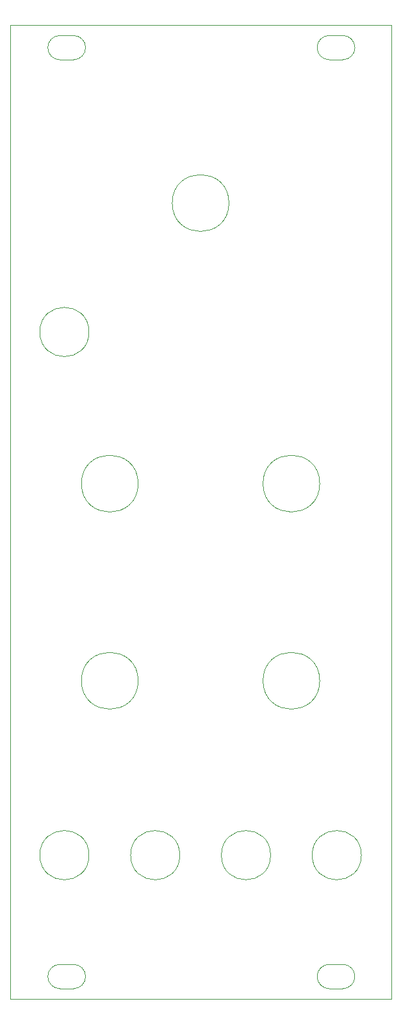
<source format=gm1>
G04 #@! TF.GenerationSoftware,KiCad,Pcbnew,(5.0.0-rc2)*
G04 #@! TF.CreationDate,2020-07-08T20:57:09+03:00*
G04 #@! TF.ProjectId,VCFPNL2,564346504E4C322E6B696361645F7063,rev?*
G04 #@! TF.SameCoordinates,PX2500a80PY82a7440*
G04 #@! TF.FileFunction,Profile,NP*
%FSLAX46Y46*%
G04 Gerber Fmt 4.6, Leading zero omitted, Abs format (unit mm)*
G04 Created by KiCad (PCBNEW (5.0.0-rc2)) date Wed Jul  8 20:57:09 2020*
%MOMM*%
%LPD*%
G01*
G04 APERTURE LIST*
%ADD10C,0.100000*%
G04 #@! TA.AperFunction,NonConductor*
%ADD11C,0.120000*%
G04 #@! TD*
G04 APERTURE END LIST*
D10*
X0Y128500000D02*
X0Y0D01*
X50400000Y128500000D02*
X0Y128500000D01*
X50400000Y0D02*
X50400000Y128500000D01*
X0Y0D02*
X50400000Y0D01*
D11*
G04 #@! TO.C,Ref\002A\002A*
X40950000Y42000000D02*
G75*
G03X40950000Y42000000I-3750000J0D01*
G01*
X16950000Y42000000D02*
G75*
G03X16950000Y42000000I-3750000J0D01*
G01*
X16950000Y42000000D02*
G75*
G03X16950000Y42000000I-3750000J0D01*
G01*
X40950000Y68000000D02*
G75*
G03X40950000Y68000000I-3750000J0D01*
G01*
X16950000Y68000000D02*
G75*
G03X16950000Y68000000I-3750000J0D01*
G01*
X28950000Y105000000D02*
G75*
G03X28950000Y105000000I-3750000J0D01*
G01*
X10450000Y88000000D02*
G75*
G03X10450000Y88000000I-3250000J0D01*
G01*
G04 #@! TO.C,X*
X42200000Y127100000D02*
X44000000Y127100000D01*
X42200000Y123900000D02*
X44000000Y123900000D01*
X40600000Y125500000D02*
G75*
G03X42200000Y123900000I1600000J0D01*
G01*
X42200000Y127100000D02*
G75*
G03X40600000Y125500000I0J-1600000D01*
G01*
X44000000Y123900000D02*
G75*
G03X45600000Y125500000I0J1600000D01*
G01*
X45600000Y125500000D02*
G75*
G03X44000000Y127100000I-1600000J0D01*
G01*
X6600000Y127100000D02*
X8400000Y127100000D01*
X6600000Y123900000D02*
X8400000Y123900000D01*
X5000000Y125500000D02*
G75*
G03X6600000Y123900000I1600000J0D01*
G01*
X6600000Y127100000D02*
G75*
G03X5000000Y125500000I0J-1600000D01*
G01*
X8400000Y123900000D02*
G75*
G03X10000000Y125500000I0J1600000D01*
G01*
X10000000Y125500000D02*
G75*
G03X8400000Y127100000I-1600000J0D01*
G01*
X42200000Y4600000D02*
X44000000Y4600000D01*
X42200000Y1400000D02*
X44000000Y1400000D01*
X40600000Y3000000D02*
G75*
G03X42200000Y1400000I1600000J0D01*
G01*
X42200000Y4600000D02*
G75*
G03X40600000Y3000000I0J-1600000D01*
G01*
X44000000Y1400000D02*
G75*
G03X45600000Y3000000I0J1600000D01*
G01*
X45600000Y3000000D02*
G75*
G03X44000000Y4600000I-1600000J0D01*
G01*
X10000000Y3000000D02*
G75*
G03X8400000Y4600000I-1600000J0D01*
G01*
X8400000Y1400000D02*
G75*
G03X10000000Y3000000I0J1600000D01*
G01*
X6600000Y4600000D02*
G75*
G03X5000000Y3000000I0J-1600000D01*
G01*
X5000000Y3000000D02*
G75*
G03X6600000Y1400000I1600000J0D01*
G01*
X6600000Y1400000D02*
X8400000Y1400000D01*
X6600000Y4600000D02*
X8400000Y4600000D01*
G04 #@! TO.C,Ref\002A\002A*
X10450000Y19000000D02*
G75*
G03X10450000Y19000000I-3250000J0D01*
G01*
X22450000Y19000000D02*
G75*
G03X22450000Y19000000I-3250000J0D01*
G01*
X34450000Y19000000D02*
G75*
G03X34450000Y19000000I-3250000J0D01*
G01*
X46450000Y19000000D02*
G75*
G03X46450000Y19000000I-3250000J0D01*
G01*
G04 #@! TD*
M02*

</source>
